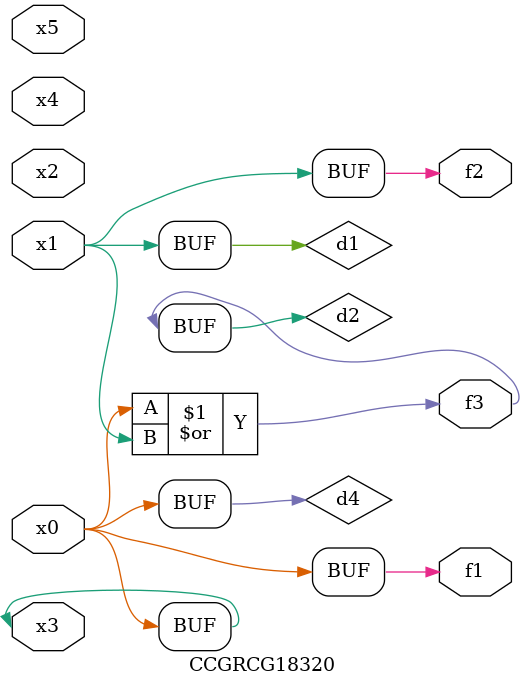
<source format=v>
module CCGRCG18320(
	input x0, x1, x2, x3, x4, x5,
	output f1, f2, f3
);

	wire d1, d2, d3, d4;

	and (d1, x1);
	or (d2, x0, x1);
	nand (d3, x0, x5);
	buf (d4, x0, x3);
	assign f1 = d4;
	assign f2 = d1;
	assign f3 = d2;
endmodule

</source>
